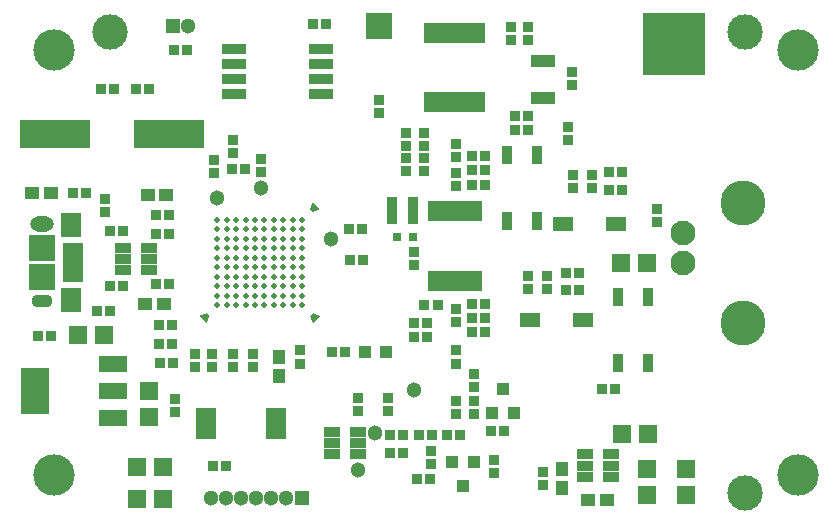
<source format=gts>
G04 #@! TF.FileFunction,Soldermask,Top*
%FSLAX46Y46*%
G04 Gerber Fmt 4.6, Leading zero omitted, Abs format (unit mm)*
G04 Created by KiCad (PCBNEW 4.0.2-stable) date 2016/09/19 18:56:51*
%MOMM*%
G01*
G04 APERTURE LIST*
%ADD10C,0.100000*%
%ADD11R,0.750000X1.750000*%
%ADD12R,1.750000X0.800000*%
%ADD13R,2.300000X2.300000*%
%ADD14O,2.000000X1.300000*%
%ADD15R,1.800000X2.000000*%
%ADD16O,1.800000X1.100000*%
%ADD17R,5.900700X2.400580*%
%ADD18R,1.501420X1.549680*%
%ADD19R,1.360000X0.950000*%
%ADD20C,3.000000*%
%ADD21C,2.100000*%
%ADD22C,3.800000*%
%ADD23R,1.100100X1.300760*%
%ADD24R,1.549680X1.501420*%
%ADD25R,1.300760X1.100100*%
%ADD26R,1.300000X1.300000*%
%ADD27C,1.300000*%
%ADD28R,1.100100X1.100100*%
%ADD29R,5.300000X5.300000*%
%ADD30C,0.800000*%
%ADD31R,2.332000X3.957600*%
%ADD32R,2.332000X1.316000*%
%ADD33R,0.899440X0.899440*%
%ADD34R,0.750000X1.800000*%
%ADD35R,0.500000X1.000000*%
%ADD36R,1.100000X1.100100*%
%ADD37C,3.500000*%
%ADD38R,0.780000X0.700000*%
%ADD39R,0.900000X0.900000*%
%ADD40R,0.900000X0.700000*%
%ADD41R,0.900000X1.600000*%
%ADD42R,1.750000X0.750000*%
%ADD43R,1.800000X1.300000*%
%ADD44R,2.000000X0.950000*%
%ADD45C,1.300760*%
%ADD46C,0.480000*%
G04 APERTURE END LIST*
D10*
D11*
X39350000Y25850000D03*
X38700000Y25850000D03*
X38050000Y25850000D03*
X37400000Y25850000D03*
X36750000Y25850000D03*
X36100000Y25850000D03*
X35450000Y25850000D03*
X35450000Y19950000D03*
X36100000Y19950000D03*
X36750000Y19950000D03*
X37400000Y19950000D03*
X38050000Y19950000D03*
X38700000Y19950000D03*
X39350000Y19950000D03*
D12*
X5100000Y22800000D03*
X5100000Y22150000D03*
X5100000Y21500000D03*
X5100000Y20850000D03*
X5100000Y20200000D03*
D13*
X2450000Y22700000D03*
X2450000Y20300000D03*
D14*
X2450000Y24800000D03*
D15*
X4900000Y24700000D03*
X4900000Y18300000D03*
D16*
X2450000Y18200000D03*
D17*
X3551140Y32400000D03*
X13248860Y32400000D03*
D18*
X7699820Y15400000D03*
X5500180Y15400000D03*
X53699820Y21500000D03*
X51500180Y21500000D03*
D19*
X50600000Y3350000D03*
X50600000Y4300000D03*
X50600000Y5250000D03*
X48400000Y5250000D03*
X48400000Y3350000D03*
X48400000Y4300000D03*
X27000000Y7150000D03*
X27000000Y6200000D03*
X27000000Y5250000D03*
X29200000Y5250000D03*
X29200000Y7150000D03*
X29200000Y6200000D03*
D20*
X8200000Y41000000D03*
X62000000Y41000000D03*
X62000000Y2000000D03*
D21*
X56700000Y21500000D03*
X56700000Y24040000D03*
D22*
X61780000Y16420000D03*
X61780000Y26580000D03*
D18*
X12699820Y4200000D03*
X10500180Y4200000D03*
D23*
X22500000Y13500100D03*
X22500000Y11899900D03*
D24*
X11500000Y10599820D03*
X11500000Y8400180D03*
D23*
X46500000Y4000100D03*
X46500000Y2399900D03*
D25*
X48699900Y1400000D03*
X50300100Y1400000D03*
D24*
X53700000Y3999820D03*
X53700000Y1800180D03*
D18*
X53799820Y7000000D03*
X51600180Y7000000D03*
D25*
X3200100Y27400000D03*
X1599900Y27400000D03*
X12800100Y18000000D03*
X11199900Y18000000D03*
X13000100Y27200000D03*
X11399900Y27200000D03*
D18*
X10500180Y1500000D03*
X12699820Y1500000D03*
D24*
X57000000Y1800180D03*
X57000000Y3999820D03*
D26*
X13565000Y41500000D03*
D27*
X14835000Y41500000D03*
D26*
X24490000Y1600000D03*
D27*
X23140000Y1600000D03*
X21870000Y1600000D03*
X20600000Y1600000D03*
X19330000Y1600000D03*
X18060000Y1600000D03*
X16790000Y1600000D03*
D19*
X9300000Y22750000D03*
X9300000Y21800000D03*
X9300000Y20850000D03*
X11500000Y20850000D03*
X11500000Y22750000D03*
X11500000Y21800000D03*
D28*
X39050000Y4600760D03*
X37150000Y4600760D03*
X38100000Y2601780D03*
X40550000Y8799240D03*
X42450000Y8799240D03*
X41500000Y10798220D03*
D13*
X31000000Y41500000D03*
D29*
X56000000Y40000000D03*
D30*
X54500000Y41500000D03*
X57500000Y41500000D03*
X54500000Y38500000D03*
X57500000Y38500000D03*
X56000000Y40000000D03*
D31*
X1898000Y10600000D03*
D32*
X8502000Y10600000D03*
X8502000Y12886000D03*
X8502000Y8314000D03*
D33*
X13551180Y13000000D03*
X12448820Y13000000D03*
X28448820Y24300000D03*
X29551180Y24300000D03*
X16900000Y12648820D03*
X16900000Y13751180D03*
X54500000Y24948820D03*
X54500000Y26051180D03*
X13251180Y19700000D03*
X12148820Y19700000D03*
X35051180Y16400000D03*
X33948820Y16400000D03*
X43600000Y41451180D03*
X43600000Y40348820D03*
X37500000Y12948820D03*
X37500000Y14051180D03*
X39951180Y16800000D03*
X38848820Y16800000D03*
X44900000Y3751180D03*
X44900000Y2648820D03*
X20300000Y13751180D03*
X20300000Y12648820D03*
X15400000Y13751180D03*
X15400000Y12648820D03*
X51551180Y29200000D03*
X50448820Y29200000D03*
X45200000Y20351180D03*
X45200000Y19248820D03*
X49000000Y27848820D03*
X49000000Y28951180D03*
X8251180Y17400000D03*
X7148820Y17400000D03*
X13700000Y9951180D03*
X13700000Y8848820D03*
X47951180Y20600000D03*
X46848820Y20600000D03*
X18600000Y13751180D03*
X18600000Y12648820D03*
X24300000Y14051180D03*
X24300000Y12948820D03*
X38848820Y29300000D03*
X39951180Y29300000D03*
X37500000Y27948820D03*
X37500000Y29051180D03*
X37500000Y16448820D03*
X37500000Y17551180D03*
X37500000Y30448820D03*
X37500000Y31551180D03*
X34800000Y30351180D03*
X34800000Y29248820D03*
X42548820Y32700000D03*
X43651180Y32700000D03*
X26551180Y41700000D03*
X25448820Y41700000D03*
X33300000Y31348820D03*
X33300000Y32451180D03*
X17000000Y29048820D03*
X17000000Y30151180D03*
X8551180Y36200000D03*
X7448820Y36200000D03*
X7800000Y25748820D03*
X7800000Y26851180D03*
X10448820Y36200000D03*
X11551180Y36200000D03*
X18548820Y29400000D03*
X19651180Y29400000D03*
X35351180Y3200000D03*
X34248820Y3200000D03*
X37851180Y6900000D03*
X36748820Y6900000D03*
X40448820Y7200000D03*
X41551180Y7200000D03*
X13251180Y25500000D03*
X12148820Y25500000D03*
X13251180Y23900000D03*
X12148820Y23900000D03*
X49848820Y10800000D03*
X50951180Y10800000D03*
X50448820Y27600000D03*
X51551180Y27600000D03*
X47400000Y28951180D03*
X47400000Y27848820D03*
X47951180Y19200000D03*
X46848820Y19200000D03*
X43600000Y20351180D03*
X43600000Y19248820D03*
X38848820Y30500000D03*
X39951180Y30500000D03*
X38848820Y15600000D03*
X39951180Y15600000D03*
X47000000Y31848820D03*
X47000000Y32951180D03*
X38848820Y18000000D03*
X39951180Y18000000D03*
X39951180Y28100000D03*
X38848820Y28100000D03*
X14751180Y39500000D03*
X13648820Y39500000D03*
X27048820Y13900000D03*
X28151180Y13900000D03*
X33300000Y30351180D03*
X33300000Y29248820D03*
X42548820Y33900000D03*
X43651180Y33900000D03*
X42200000Y41451180D03*
X42200000Y40348820D03*
X34800000Y31348820D03*
X34800000Y32451180D03*
X33948820Y15200000D03*
X35051180Y15200000D03*
X47300000Y36548820D03*
X47300000Y37651180D03*
X31000000Y35251180D03*
X31000000Y34148820D03*
X33051180Y5400000D03*
X31948820Y5400000D03*
X33051180Y6900000D03*
X31948820Y6900000D03*
X5048820Y27400000D03*
X6151180Y27400000D03*
X34000000Y21248820D03*
X34000000Y22351180D03*
X16948820Y4300000D03*
X18051180Y4300000D03*
X21000000Y30251180D03*
X21000000Y29148820D03*
X9351180Y24200000D03*
X8248820Y24200000D03*
X9351180Y19500000D03*
X8248820Y19500000D03*
X13451180Y16200000D03*
X12348820Y16200000D03*
X18600000Y31851180D03*
X18600000Y30748820D03*
X13451180Y14600000D03*
X12348820Y14600000D03*
X31800000Y10051180D03*
X31800000Y8948820D03*
X34348820Y6900000D03*
X35451180Y6900000D03*
X35400000Y5551180D03*
X35400000Y4448820D03*
X40700000Y3648820D03*
X40700000Y4751180D03*
X39000000Y12051180D03*
X39000000Y10948820D03*
X39000000Y8648820D03*
X39000000Y9751180D03*
X37500000Y9751180D03*
X37500000Y8648820D03*
X2148820Y15300000D03*
X3251180Y15300000D03*
X34848820Y17900000D03*
X35951180Y17900000D03*
X29200000Y10051180D03*
X29200000Y8948820D03*
X28548820Y21700000D03*
X29651180Y21700000D03*
D34*
X39675000Y40950000D03*
X39025000Y40950000D03*
X38375000Y40950000D03*
X37725000Y40950000D03*
X37075000Y40950000D03*
X36425000Y40950000D03*
X35775000Y40950000D03*
X35125000Y40950000D03*
X35125000Y35050000D03*
X35775000Y35050000D03*
X36425000Y35050000D03*
X37075000Y35050000D03*
X37725000Y35050000D03*
X38375000Y35050000D03*
X39025000Y35050000D03*
X39675000Y35050000D03*
D35*
X45650000Y38600000D03*
X45150000Y38600000D03*
X44650000Y38600000D03*
X44150000Y38600000D03*
X44150000Y35400000D03*
X45150000Y35400000D03*
X45650000Y35400000D03*
X44650000Y35400000D03*
D36*
X29800000Y13900000D03*
X31600000Y13900000D03*
D37*
X3500000Y3500000D03*
X66500000Y3500000D03*
X66500000Y39500000D03*
X3500000Y39500000D03*
D38*
X32550000Y23700000D03*
X33850000Y23700000D03*
D39*
X32100000Y26650000D03*
D40*
X32100000Y25900000D03*
D39*
X32100000Y25150000D03*
X33900000Y25150000D03*
D40*
X33900000Y25900000D03*
D39*
X33900000Y26650000D03*
D41*
X41830000Y30600000D03*
X44370000Y30600000D03*
X44370000Y30600000D03*
X41830000Y30600000D03*
X41830000Y30600000D03*
X44370000Y30600000D03*
X44370000Y30600000D03*
X41830000Y30600000D03*
X44370000Y25000000D03*
X41830000Y25000000D03*
X53770000Y13000000D03*
X51230000Y13000000D03*
X51230000Y13000000D03*
X53770000Y13000000D03*
X53770000Y13000000D03*
X51230000Y13000000D03*
X51230000Y13000000D03*
X53770000Y13000000D03*
X51230000Y18600000D03*
X53770000Y18600000D03*
D42*
X16350000Y8875000D03*
X16350000Y8225000D03*
X16350000Y7575000D03*
X16350000Y6925000D03*
X22250000Y6925000D03*
X22250000Y7575000D03*
X22250000Y8225000D03*
X22250000Y8875000D03*
D43*
X48250000Y16600000D03*
X43750000Y16600000D03*
X51050000Y24800000D03*
X46550000Y24800000D03*
D44*
X18750000Y39605000D03*
X18750000Y38335000D03*
X18750000Y37065000D03*
X18750000Y35795000D03*
X26050000Y35795000D03*
X26050000Y37065000D03*
X26050000Y38335000D03*
X26050000Y39605000D03*
D45*
X17300000Y27000000D03*
X26900000Y23500000D03*
X34000000Y10700000D03*
X21000000Y27800000D03*
X29200000Y3900000D03*
X30700000Y7100000D03*
D46*
X17300000Y25100000D03*
X17300000Y24300000D03*
X17300000Y23500000D03*
X17300000Y22700000D03*
X17300000Y21900000D03*
X17300000Y21100000D03*
X17300000Y20300000D03*
X17300000Y19500000D03*
X17300000Y18700000D03*
X17300000Y17900000D03*
X18100000Y25100000D03*
X18100000Y24300000D03*
X18100000Y23500000D03*
X18100000Y22700000D03*
X18100000Y21900000D03*
X18100000Y21100000D03*
X18100000Y20300000D03*
X18100000Y19500000D03*
X18100000Y18700000D03*
X18100000Y17900000D03*
X18900000Y25100000D03*
X18900000Y24300000D03*
X18900000Y23500000D03*
X18900000Y22700000D03*
X18900000Y21900000D03*
X18900000Y21100000D03*
X18900000Y20300000D03*
X18900000Y19500000D03*
X18900000Y18700000D03*
X18900000Y17900000D03*
X19700000Y25100000D03*
X19700000Y24300000D03*
X19700000Y23500000D03*
X19700000Y22700000D03*
X19700000Y21900000D03*
X19700000Y21100000D03*
X19700000Y20300000D03*
X19700000Y19500000D03*
X19700000Y18700000D03*
X19700000Y17900000D03*
X20500000Y25100000D03*
X20500000Y24300000D03*
X20500000Y23500000D03*
X20500000Y22700000D03*
X20500000Y21900000D03*
X20500000Y21100000D03*
X20500000Y20300000D03*
X20500000Y19500000D03*
X20500000Y18700000D03*
X20500000Y17900000D03*
X21300000Y25100000D03*
X21300000Y24300000D03*
X21300000Y23500000D03*
X21300000Y22700000D03*
X21300000Y21900000D03*
X21300000Y21100000D03*
X21300000Y20300000D03*
X21300000Y19500000D03*
X21300000Y18700000D03*
X21300000Y17900000D03*
X22100000Y25100000D03*
X22100000Y24300000D03*
X22100000Y23500000D03*
X22100000Y22700000D03*
X22100000Y21900000D03*
X22100000Y21100000D03*
X22100000Y20300000D03*
X22100000Y19500000D03*
X22100000Y18700000D03*
X22100000Y17900000D03*
X22900000Y25100000D03*
X22900000Y24300000D03*
X22900000Y23500000D03*
X22900000Y22700000D03*
X22900000Y21900000D03*
X22900000Y21100000D03*
X22900000Y20300000D03*
X22900000Y19500000D03*
X22900000Y18700000D03*
X22900000Y17900000D03*
X23700000Y25100000D03*
X23700000Y24300000D03*
X23700000Y23500000D03*
X23700000Y22700000D03*
X23700000Y21900000D03*
X23700000Y21100000D03*
X23700000Y20300000D03*
X23700000Y19500000D03*
X23700000Y18700000D03*
X23700000Y17900000D03*
X24500000Y25100000D03*
X24500000Y24300000D03*
X24500000Y23500000D03*
X24500000Y22700000D03*
X24500000Y21900000D03*
X24500000Y21100000D03*
X24500000Y20300000D03*
X24500000Y19500000D03*
X24500000Y18700000D03*
X24500000Y17900000D03*
D10*
G36*
X25393938Y26630327D02*
X26030327Y25993938D01*
X25393938Y25781798D01*
X25181798Y25993938D01*
X25393938Y26630327D01*
X25393938Y26630327D01*
G37*
G36*
X16406062Y16369673D02*
X15769673Y17006062D01*
X16406062Y17218202D01*
X16618202Y17006062D01*
X16406062Y16369673D01*
X16406062Y16369673D01*
G37*
G36*
X26030327Y17006062D02*
X25393938Y16369673D01*
X25181798Y17006062D01*
X25393938Y17218202D01*
X26030327Y17006062D01*
X26030327Y17006062D01*
G37*
M02*

</source>
